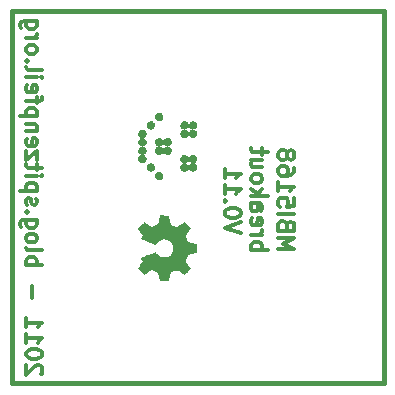
<source format=gbo>
G04 (created by PCBNEW (2013-01-23 BZR 3920)-testing) date Thu 24 Jan 2013 02:36:52 AM CET*
%MOIN*%
G04 Gerber Fmt 3.4, Leading zero omitted, Abs format*
%FSLAX34Y34*%
G01*
G70*
G90*
G04 APERTURE LIST*
%ADD10C,2.3622e-06*%
%ADD11C,0.012*%
%ADD12C,0.015*%
%ADD13C,0.0001*%
%ADD14C,0.06*%
%ADD15R,0.06X0.06*%
G04 APERTURE END LIST*
G54D10*
G54D11*
X50577Y-25336D02*
X51127Y-25336D01*
X50734Y-25153D01*
X51127Y-24970D01*
X50577Y-24970D01*
X50865Y-24524D02*
X50839Y-24446D01*
X50813Y-24420D01*
X50760Y-24394D01*
X50682Y-24394D01*
X50629Y-24420D01*
X50603Y-24446D01*
X50577Y-24498D01*
X50577Y-24708D01*
X51127Y-24708D01*
X51127Y-24524D01*
X51101Y-24472D01*
X51075Y-24446D01*
X51022Y-24420D01*
X50970Y-24420D01*
X50917Y-24446D01*
X50891Y-24472D01*
X50865Y-24524D01*
X50865Y-24708D01*
X50577Y-24158D02*
X51127Y-24158D01*
X51127Y-23634D02*
X51127Y-23896D01*
X50865Y-23922D01*
X50891Y-23896D01*
X50917Y-23844D01*
X50917Y-23713D01*
X50891Y-23660D01*
X50865Y-23634D01*
X50813Y-23608D01*
X50682Y-23608D01*
X50629Y-23634D01*
X50603Y-23660D01*
X50577Y-23713D01*
X50577Y-23844D01*
X50603Y-23896D01*
X50629Y-23922D01*
X50577Y-23084D02*
X50577Y-23398D01*
X50577Y-23241D02*
X51127Y-23241D01*
X51048Y-23294D01*
X50996Y-23346D01*
X50970Y-23398D01*
X51127Y-22613D02*
X51127Y-22717D01*
X51101Y-22770D01*
X51075Y-22796D01*
X50996Y-22848D01*
X50891Y-22875D01*
X50682Y-22875D01*
X50629Y-22848D01*
X50603Y-22822D01*
X50577Y-22770D01*
X50577Y-22665D01*
X50603Y-22613D01*
X50629Y-22586D01*
X50682Y-22560D01*
X50813Y-22560D01*
X50865Y-22586D01*
X50891Y-22613D01*
X50917Y-22665D01*
X50917Y-22770D01*
X50891Y-22822D01*
X50865Y-22848D01*
X50813Y-22875D01*
X50891Y-22246D02*
X50917Y-22298D01*
X50944Y-22325D01*
X50996Y-22351D01*
X51022Y-22351D01*
X51075Y-22325D01*
X51101Y-22298D01*
X51127Y-22246D01*
X51127Y-22141D01*
X51101Y-22089D01*
X51075Y-22063D01*
X51022Y-22036D01*
X50996Y-22036D01*
X50944Y-22063D01*
X50917Y-22089D01*
X50891Y-22141D01*
X50891Y-22246D01*
X50865Y-22298D01*
X50839Y-22325D01*
X50786Y-22351D01*
X50682Y-22351D01*
X50629Y-22325D01*
X50603Y-22298D01*
X50577Y-22246D01*
X50577Y-22141D01*
X50603Y-22089D01*
X50629Y-22063D01*
X50682Y-22036D01*
X50786Y-22036D01*
X50839Y-22063D01*
X50865Y-22089D01*
X50891Y-22141D01*
X49687Y-25350D02*
X50237Y-25350D01*
X50027Y-25350D02*
X50054Y-25297D01*
X50054Y-25192D01*
X50027Y-25140D01*
X50001Y-25114D01*
X49949Y-25088D01*
X49792Y-25088D01*
X49739Y-25114D01*
X49713Y-25140D01*
X49687Y-25192D01*
X49687Y-25297D01*
X49713Y-25350D01*
X49687Y-24852D02*
X50054Y-24852D01*
X49949Y-24852D02*
X50001Y-24826D01*
X50027Y-24800D01*
X50054Y-24747D01*
X50054Y-24695D01*
X49713Y-24302D02*
X49687Y-24354D01*
X49687Y-24459D01*
X49713Y-24511D01*
X49765Y-24538D01*
X49975Y-24538D01*
X50027Y-24511D01*
X50054Y-24459D01*
X50054Y-24354D01*
X50027Y-24302D01*
X49975Y-24276D01*
X49923Y-24276D01*
X49870Y-24538D01*
X49687Y-23804D02*
X49975Y-23804D01*
X50027Y-23830D01*
X50054Y-23883D01*
X50054Y-23988D01*
X50027Y-24040D01*
X49713Y-23804D02*
X49687Y-23857D01*
X49687Y-23988D01*
X49713Y-24040D01*
X49765Y-24066D01*
X49818Y-24066D01*
X49870Y-24040D01*
X49896Y-23988D01*
X49896Y-23857D01*
X49923Y-23804D01*
X49687Y-23542D02*
X50237Y-23542D01*
X49896Y-23490D02*
X49687Y-23333D01*
X50054Y-23333D02*
X49844Y-23542D01*
X49687Y-23019D02*
X49713Y-23071D01*
X49739Y-23097D01*
X49792Y-23123D01*
X49949Y-23123D01*
X50001Y-23097D01*
X50027Y-23071D01*
X50054Y-23019D01*
X50054Y-22940D01*
X50027Y-22888D01*
X50001Y-22861D01*
X49949Y-22835D01*
X49792Y-22835D01*
X49739Y-22861D01*
X49713Y-22888D01*
X49687Y-22940D01*
X49687Y-23019D01*
X50054Y-22364D02*
X49687Y-22364D01*
X50054Y-22600D02*
X49765Y-22600D01*
X49713Y-22573D01*
X49687Y-22521D01*
X49687Y-22442D01*
X49713Y-22390D01*
X49739Y-22364D01*
X50054Y-22180D02*
X50054Y-21971D01*
X50237Y-22102D02*
X49765Y-22102D01*
X49713Y-22076D01*
X49687Y-22023D01*
X49687Y-21971D01*
X49347Y-24799D02*
X48797Y-24616D01*
X49347Y-24433D01*
X49347Y-24145D02*
X49347Y-24092D01*
X49321Y-24040D01*
X49295Y-24014D01*
X49242Y-23988D01*
X49137Y-23961D01*
X49006Y-23961D01*
X48902Y-23988D01*
X48849Y-24014D01*
X48823Y-24040D01*
X48797Y-24092D01*
X48797Y-24145D01*
X48823Y-24197D01*
X48849Y-24223D01*
X48902Y-24249D01*
X49006Y-24276D01*
X49137Y-24276D01*
X49242Y-24249D01*
X49295Y-24223D01*
X49321Y-24197D01*
X49347Y-24145D01*
X48849Y-23726D02*
X48823Y-23699D01*
X48797Y-23726D01*
X48823Y-23752D01*
X48849Y-23726D01*
X48797Y-23726D01*
X48797Y-23176D02*
X48797Y-23490D01*
X48797Y-23333D02*
X49347Y-23333D01*
X49268Y-23385D01*
X49216Y-23438D01*
X49190Y-23490D01*
X48797Y-22652D02*
X48797Y-22966D01*
X48797Y-22809D02*
X49347Y-22809D01*
X49268Y-22861D01*
X49216Y-22914D01*
X49190Y-22966D01*
X42675Y-29505D02*
X42701Y-29479D01*
X42727Y-29427D01*
X42727Y-29296D01*
X42701Y-29244D01*
X42675Y-29217D01*
X42622Y-29191D01*
X42570Y-29191D01*
X42491Y-29217D01*
X42177Y-29532D01*
X42177Y-29191D01*
X42727Y-28851D02*
X42727Y-28798D01*
X42701Y-28746D01*
X42675Y-28720D01*
X42622Y-28694D01*
X42517Y-28667D01*
X42386Y-28667D01*
X42282Y-28694D01*
X42229Y-28720D01*
X42203Y-28746D01*
X42177Y-28798D01*
X42177Y-28851D01*
X42203Y-28903D01*
X42229Y-28929D01*
X42282Y-28955D01*
X42386Y-28982D01*
X42517Y-28982D01*
X42622Y-28955D01*
X42675Y-28929D01*
X42701Y-28903D01*
X42727Y-28851D01*
X42177Y-28144D02*
X42177Y-28458D01*
X42177Y-28301D02*
X42727Y-28301D01*
X42648Y-28353D01*
X42596Y-28405D01*
X42570Y-28458D01*
X42177Y-27620D02*
X42177Y-27934D01*
X42177Y-27777D02*
X42727Y-27777D01*
X42648Y-27829D01*
X42596Y-27882D01*
X42570Y-27934D01*
X42386Y-26965D02*
X42386Y-26546D01*
X42177Y-25865D02*
X42727Y-25865D01*
X42517Y-25865D02*
X42544Y-25813D01*
X42544Y-25708D01*
X42517Y-25655D01*
X42491Y-25629D01*
X42439Y-25603D01*
X42282Y-25603D01*
X42229Y-25629D01*
X42203Y-25655D01*
X42177Y-25708D01*
X42177Y-25813D01*
X42203Y-25865D01*
X42177Y-25289D02*
X42203Y-25341D01*
X42255Y-25367D01*
X42727Y-25367D01*
X42177Y-25001D02*
X42203Y-25053D01*
X42229Y-25079D01*
X42282Y-25105D01*
X42439Y-25105D01*
X42491Y-25079D01*
X42517Y-25053D01*
X42544Y-25001D01*
X42544Y-24922D01*
X42517Y-24870D01*
X42491Y-24844D01*
X42439Y-24817D01*
X42282Y-24817D01*
X42229Y-24844D01*
X42203Y-24870D01*
X42177Y-24922D01*
X42177Y-25001D01*
X42544Y-24346D02*
X42098Y-24346D01*
X42046Y-24372D01*
X42020Y-24398D01*
X41994Y-24451D01*
X41994Y-24529D01*
X42020Y-24582D01*
X42203Y-24346D02*
X42177Y-24398D01*
X42177Y-24503D01*
X42203Y-24555D01*
X42229Y-24582D01*
X42282Y-24608D01*
X42439Y-24608D01*
X42491Y-24582D01*
X42517Y-24555D01*
X42544Y-24503D01*
X42544Y-24398D01*
X42517Y-24346D01*
X42229Y-24084D02*
X42203Y-24058D01*
X42177Y-24084D01*
X42203Y-24110D01*
X42229Y-24084D01*
X42177Y-24084D01*
X42203Y-23848D02*
X42177Y-23796D01*
X42177Y-23691D01*
X42203Y-23639D01*
X42255Y-23613D01*
X42282Y-23613D01*
X42334Y-23639D01*
X42360Y-23691D01*
X42360Y-23770D01*
X42386Y-23822D01*
X42439Y-23848D01*
X42465Y-23848D01*
X42517Y-23822D01*
X42544Y-23770D01*
X42544Y-23691D01*
X42517Y-23639D01*
X42544Y-23377D02*
X41994Y-23377D01*
X42517Y-23377D02*
X42544Y-23325D01*
X42544Y-23220D01*
X42517Y-23167D01*
X42491Y-23141D01*
X42439Y-23115D01*
X42282Y-23115D01*
X42229Y-23141D01*
X42203Y-23167D01*
X42177Y-23220D01*
X42177Y-23325D01*
X42203Y-23377D01*
X42177Y-22879D02*
X42544Y-22879D01*
X42727Y-22879D02*
X42701Y-22905D01*
X42675Y-22879D01*
X42701Y-22853D01*
X42727Y-22879D01*
X42675Y-22879D01*
X42544Y-22696D02*
X42544Y-22486D01*
X42727Y-22617D02*
X42255Y-22617D01*
X42203Y-22591D01*
X42177Y-22539D01*
X42177Y-22486D01*
X42544Y-22355D02*
X42544Y-22067D01*
X42177Y-22355D01*
X42177Y-22067D01*
X42203Y-21648D02*
X42177Y-21701D01*
X42177Y-21805D01*
X42203Y-21858D01*
X42255Y-21884D01*
X42465Y-21884D01*
X42517Y-21858D01*
X42544Y-21805D01*
X42544Y-21701D01*
X42517Y-21648D01*
X42465Y-21622D01*
X42413Y-21622D01*
X42360Y-21884D01*
X42544Y-21386D02*
X42177Y-21386D01*
X42491Y-21386D02*
X42517Y-21360D01*
X42544Y-21308D01*
X42544Y-21229D01*
X42517Y-21177D01*
X42465Y-21151D01*
X42177Y-21151D01*
X42544Y-20889D02*
X41994Y-20889D01*
X42517Y-20889D02*
X42544Y-20836D01*
X42544Y-20732D01*
X42517Y-20679D01*
X42491Y-20653D01*
X42439Y-20627D01*
X42282Y-20627D01*
X42229Y-20653D01*
X42203Y-20679D01*
X42177Y-20732D01*
X42177Y-20836D01*
X42203Y-20889D01*
X42544Y-20470D02*
X42544Y-20260D01*
X42177Y-20391D02*
X42648Y-20391D01*
X42701Y-20365D01*
X42727Y-20313D01*
X42727Y-20260D01*
X42203Y-19867D02*
X42177Y-19920D01*
X42177Y-20025D01*
X42203Y-20077D01*
X42255Y-20103D01*
X42465Y-20103D01*
X42517Y-20077D01*
X42544Y-20025D01*
X42544Y-19920D01*
X42517Y-19867D01*
X42465Y-19841D01*
X42413Y-19841D01*
X42360Y-20103D01*
X42177Y-19605D02*
X42544Y-19605D01*
X42727Y-19605D02*
X42701Y-19632D01*
X42675Y-19605D01*
X42701Y-19579D01*
X42727Y-19605D01*
X42675Y-19605D01*
X42177Y-19265D02*
X42203Y-19317D01*
X42255Y-19344D01*
X42727Y-19344D01*
X42229Y-19055D02*
X42203Y-19029D01*
X42177Y-19055D01*
X42203Y-19082D01*
X42229Y-19055D01*
X42177Y-19055D01*
X42177Y-18715D02*
X42203Y-18767D01*
X42229Y-18794D01*
X42282Y-18820D01*
X42439Y-18820D01*
X42491Y-18794D01*
X42517Y-18767D01*
X42544Y-18715D01*
X42544Y-18636D01*
X42517Y-18584D01*
X42491Y-18558D01*
X42439Y-18532D01*
X42282Y-18532D01*
X42229Y-18558D01*
X42203Y-18584D01*
X42177Y-18636D01*
X42177Y-18715D01*
X42177Y-18296D02*
X42544Y-18296D01*
X42439Y-18296D02*
X42491Y-18270D01*
X42517Y-18244D01*
X42544Y-18191D01*
X42544Y-18139D01*
X42544Y-17720D02*
X42098Y-17720D01*
X42046Y-17746D01*
X42020Y-17772D01*
X41994Y-17825D01*
X41994Y-17903D01*
X42020Y-17955D01*
X42203Y-17720D02*
X42177Y-17772D01*
X42177Y-17877D01*
X42203Y-17929D01*
X42229Y-17955D01*
X42282Y-17982D01*
X42439Y-17982D01*
X42491Y-17955D01*
X42517Y-17929D01*
X42544Y-17877D01*
X42544Y-17772D01*
X42517Y-17720D01*
G54D12*
X54100Y-17400D02*
X41700Y-17400D01*
X54100Y-29800D02*
X54100Y-17400D01*
X41700Y-29800D02*
X54100Y-29800D01*
X41700Y-17400D02*
X41700Y-29800D01*
G54D13*
G36*
X45916Y-24636D02*
X45922Y-24648D01*
X45938Y-24673D01*
X45962Y-24710D01*
X45991Y-24753D01*
X46021Y-24797D01*
X46045Y-24832D01*
X46061Y-24857D01*
X46066Y-24868D01*
X46064Y-24873D01*
X46054Y-24894D01*
X46039Y-24924D01*
X46030Y-24941D01*
X46018Y-24969D01*
X46016Y-24982D01*
X46019Y-24985D01*
X46040Y-24995D01*
X46076Y-25010D01*
X46124Y-25031D01*
X46179Y-25055D01*
X46239Y-25080D01*
X46300Y-25106D01*
X46359Y-25130D01*
X46411Y-25151D01*
X46454Y-25168D01*
X46483Y-25180D01*
X46496Y-25184D01*
X46499Y-25183D01*
X46512Y-25169D01*
X46530Y-25145D01*
X46572Y-25093D01*
X46636Y-25042D01*
X46709Y-25011D01*
X46789Y-25000D01*
X46864Y-25009D01*
X46936Y-25039D01*
X47000Y-25089D01*
X47048Y-25149D01*
X47079Y-25220D01*
X47088Y-25300D01*
X47080Y-25376D01*
X47051Y-25449D01*
X47002Y-25514D01*
X46970Y-25541D01*
X46905Y-25579D01*
X46835Y-25600D01*
X46817Y-25603D01*
X46740Y-25599D01*
X46667Y-25577D01*
X46601Y-25536D01*
X46547Y-25480D01*
X46541Y-25473D01*
X46522Y-25446D01*
X46508Y-25429D01*
X46497Y-25415D01*
X46261Y-25513D01*
X46224Y-25529D01*
X46159Y-25556D01*
X46104Y-25579D01*
X46060Y-25598D01*
X46030Y-25611D01*
X46018Y-25617D01*
X46018Y-25618D01*
X46016Y-25626D01*
X46023Y-25644D01*
X46039Y-25677D01*
X46050Y-25699D01*
X46062Y-25724D01*
X46066Y-25735D01*
X46061Y-25745D01*
X46046Y-25769D01*
X46022Y-25804D01*
X45993Y-25846D01*
X45966Y-25886D01*
X45942Y-25923D01*
X45925Y-25950D01*
X45918Y-25963D01*
X45918Y-25965D01*
X45924Y-25977D01*
X45942Y-25998D01*
X45972Y-26030D01*
X46017Y-26076D01*
X46024Y-26083D01*
X46062Y-26120D01*
X46094Y-26150D01*
X46116Y-26171D01*
X46127Y-26178D01*
X46127Y-26178D01*
X46140Y-26171D01*
X46166Y-26154D01*
X46204Y-26130D01*
X46248Y-26100D01*
X46361Y-26022D01*
X46468Y-26065D01*
X46501Y-26078D01*
X46541Y-26095D01*
X46569Y-26107D01*
X46582Y-26113D01*
X46586Y-26125D01*
X46593Y-26154D01*
X46602Y-26197D01*
X46611Y-26248D01*
X46620Y-26296D01*
X46628Y-26339D01*
X46634Y-26371D01*
X46637Y-26385D01*
X46639Y-26389D01*
X46646Y-26391D01*
X46661Y-26393D01*
X46687Y-26394D01*
X46729Y-26395D01*
X46789Y-26395D01*
X46796Y-26395D01*
X46854Y-26394D01*
X46899Y-26393D01*
X46929Y-26392D01*
X46941Y-26390D01*
X46941Y-26390D01*
X46944Y-26376D01*
X46951Y-26345D01*
X46959Y-26302D01*
X46969Y-26250D01*
X46970Y-26246D01*
X46980Y-26195D01*
X46989Y-26151D01*
X46996Y-26121D01*
X47000Y-26108D01*
X47004Y-26105D01*
X47024Y-26095D01*
X47056Y-26080D01*
X47095Y-26063D01*
X47136Y-26046D01*
X47172Y-26031D01*
X47200Y-26021D01*
X47212Y-26018D01*
X47212Y-26019D01*
X47225Y-26026D01*
X47252Y-26044D01*
X47289Y-26069D01*
X47333Y-26100D01*
X47336Y-26102D01*
X47380Y-26132D01*
X47417Y-26156D01*
X47444Y-26172D01*
X47456Y-26178D01*
X47456Y-26178D01*
X47469Y-26168D01*
X47494Y-26146D01*
X47528Y-26114D01*
X47566Y-26075D01*
X47578Y-26063D01*
X47620Y-26021D01*
X47647Y-25991D01*
X47662Y-25973D01*
X47665Y-25964D01*
X47665Y-25963D01*
X47657Y-25950D01*
X47639Y-25923D01*
X47613Y-25885D01*
X47583Y-25841D01*
X47581Y-25838D01*
X47551Y-25794D01*
X47526Y-25757D01*
X47509Y-25731D01*
X47502Y-25720D01*
X47502Y-25718D01*
X47508Y-25700D01*
X47519Y-25669D01*
X47533Y-25631D01*
X47550Y-25590D01*
X47565Y-25554D01*
X47578Y-25526D01*
X47585Y-25513D01*
X47586Y-25513D01*
X47601Y-25508D01*
X47634Y-25500D01*
X47679Y-25491D01*
X47733Y-25481D01*
X47742Y-25479D01*
X47794Y-25469D01*
X47837Y-25461D01*
X47867Y-25455D01*
X47879Y-25452D01*
X47881Y-25444D01*
X47883Y-25419D01*
X47884Y-25380D01*
X47884Y-25333D01*
X47884Y-25284D01*
X47883Y-25235D01*
X47881Y-25194D01*
X47879Y-25164D01*
X47877Y-25152D01*
X47876Y-25152D01*
X47860Y-25147D01*
X47827Y-25140D01*
X47782Y-25131D01*
X47728Y-25120D01*
X47718Y-25118D01*
X47666Y-25109D01*
X47624Y-25100D01*
X47594Y-25094D01*
X47583Y-25090D01*
X47580Y-25086D01*
X47571Y-25064D01*
X47556Y-25029D01*
X47539Y-24986D01*
X47498Y-24886D01*
X47583Y-24763D01*
X47590Y-24751D01*
X47620Y-24707D01*
X47645Y-24671D01*
X47661Y-24646D01*
X47667Y-24635D01*
X47666Y-24634D01*
X47656Y-24622D01*
X47633Y-24598D01*
X47600Y-24564D01*
X47562Y-24526D01*
X47533Y-24497D01*
X47499Y-24463D01*
X47476Y-24442D01*
X47461Y-24430D01*
X47452Y-24426D01*
X47446Y-24427D01*
X47433Y-24435D01*
X47406Y-24453D01*
X47369Y-24478D01*
X47325Y-24508D01*
X47289Y-24533D01*
X47248Y-24559D01*
X47218Y-24577D01*
X47204Y-24583D01*
X47198Y-24581D01*
X47174Y-24573D01*
X47137Y-24558D01*
X47094Y-24540D01*
X46997Y-24497D01*
X46984Y-24433D01*
X46977Y-24394D01*
X46967Y-24340D01*
X46957Y-24289D01*
X46941Y-24208D01*
X46645Y-24205D01*
X46639Y-24217D01*
X46636Y-24229D01*
X46629Y-24259D01*
X46621Y-24302D01*
X46611Y-24352D01*
X46603Y-24395D01*
X46595Y-24439D01*
X46589Y-24470D01*
X46586Y-24484D01*
X46582Y-24487D01*
X46561Y-24498D01*
X46527Y-24513D01*
X46487Y-24530D01*
X46446Y-24548D01*
X46407Y-24563D01*
X46378Y-24574D01*
X46363Y-24578D01*
X46352Y-24572D01*
X46326Y-24555D01*
X46290Y-24531D01*
X46247Y-24502D01*
X46204Y-24473D01*
X46167Y-24448D01*
X46141Y-24431D01*
X46129Y-24423D01*
X46120Y-24427D01*
X46100Y-24444D01*
X46066Y-24477D01*
X46018Y-24525D01*
X46011Y-24533D01*
X45974Y-24571D01*
X45944Y-24604D01*
X45924Y-24626D01*
X45916Y-24636D01*
X45916Y-24636D01*
G37*
G36*
X45917Y-22324D02*
X45921Y-22352D01*
X45930Y-22379D01*
X45936Y-22390D01*
X45952Y-22414D01*
X45973Y-22433D01*
X45997Y-22447D01*
X46022Y-22457D01*
X46050Y-22461D01*
X46077Y-22460D01*
X46105Y-22453D01*
X46131Y-22441D01*
X46143Y-22433D01*
X46156Y-22421D01*
X46168Y-22408D01*
X46177Y-22396D01*
X46179Y-22392D01*
X46190Y-22368D01*
X46196Y-22343D01*
X46197Y-22315D01*
X46197Y-22306D01*
X46195Y-22290D01*
X46191Y-22276D01*
X46185Y-22262D01*
X46176Y-22246D01*
X46158Y-22223D01*
X46136Y-22204D01*
X46110Y-22190D01*
X46098Y-22186D01*
X46084Y-22183D01*
X46073Y-22181D01*
X46072Y-22181D01*
X46071Y-22180D01*
X46077Y-22179D01*
X46078Y-22179D01*
X46096Y-22175D01*
X46115Y-22168D01*
X46131Y-22160D01*
X46152Y-22144D01*
X46171Y-22123D01*
X46186Y-22098D01*
X46195Y-22070D01*
X46198Y-22041D01*
X46198Y-22033D01*
X46195Y-22011D01*
X46189Y-21990D01*
X46187Y-21985D01*
X46174Y-21962D01*
X46157Y-21941D01*
X46136Y-21923D01*
X46112Y-21910D01*
X46087Y-21903D01*
X46086Y-21902D01*
X46079Y-21901D01*
X46076Y-21900D01*
X46076Y-21900D01*
X46080Y-21899D01*
X46087Y-21897D01*
X46090Y-21897D01*
X46114Y-21889D01*
X46138Y-21875D01*
X46159Y-21857D01*
X46173Y-21840D01*
X46187Y-21816D01*
X46195Y-21789D01*
X46198Y-21759D01*
X46196Y-21738D01*
X46189Y-21710D01*
X46177Y-21685D01*
X46159Y-21662D01*
X46136Y-21644D01*
X46133Y-21642D01*
X46123Y-21635D01*
X46114Y-21631D01*
X46107Y-21629D01*
X46095Y-21625D01*
X46083Y-21622D01*
X46073Y-21620D01*
X46072Y-21620D01*
X46072Y-21620D01*
X46078Y-21619D01*
X46093Y-21615D01*
X46112Y-21608D01*
X46129Y-21600D01*
X46152Y-21583D01*
X46171Y-21562D01*
X46186Y-21537D01*
X46195Y-21509D01*
X46198Y-21480D01*
X46196Y-21454D01*
X46188Y-21426D01*
X46175Y-21401D01*
X46155Y-21379D01*
X46143Y-21368D01*
X46127Y-21357D01*
X46110Y-21349D01*
X46095Y-21344D01*
X46067Y-21339D01*
X46039Y-21340D01*
X46013Y-21346D01*
X45989Y-21357D01*
X45967Y-21372D01*
X45948Y-21391D01*
X45933Y-21414D01*
X45923Y-21440D01*
X45918Y-21468D01*
X45918Y-21471D01*
X45919Y-21500D01*
X45925Y-21526D01*
X45938Y-21552D01*
X45944Y-21561D01*
X45960Y-21580D01*
X45980Y-21596D01*
X46001Y-21608D01*
X46009Y-21611D01*
X46021Y-21615D01*
X46033Y-21618D01*
X46043Y-21619D01*
X46048Y-21619D01*
X46043Y-21620D01*
X46039Y-21621D01*
X46026Y-21623D01*
X46012Y-21627D01*
X46000Y-21632D01*
X45987Y-21638D01*
X45964Y-21656D01*
X45945Y-21677D01*
X45930Y-21702D01*
X45920Y-21730D01*
X45919Y-21735D01*
X45918Y-21754D01*
X45918Y-21774D01*
X45921Y-21793D01*
X45927Y-21811D01*
X45941Y-21838D01*
X45960Y-21861D01*
X45961Y-21862D01*
X45982Y-21878D01*
X46005Y-21890D01*
X46029Y-21898D01*
X46030Y-21898D01*
X46037Y-21899D01*
X46039Y-21900D01*
X46037Y-21901D01*
X46031Y-21902D01*
X46029Y-21902D01*
X46015Y-21906D01*
X45999Y-21912D01*
X45984Y-21920D01*
X45967Y-21933D01*
X45947Y-21954D01*
X45931Y-21979D01*
X45921Y-22007D01*
X45920Y-22012D01*
X45918Y-22031D01*
X45918Y-22051D01*
X45920Y-22069D01*
X45925Y-22085D01*
X45937Y-22111D01*
X45954Y-22134D01*
X45975Y-22154D01*
X46000Y-22168D01*
X46008Y-22171D01*
X46021Y-22175D01*
X46033Y-22178D01*
X46043Y-22180D01*
X46044Y-22180D01*
X46044Y-22180D01*
X46039Y-22181D01*
X46038Y-22181D01*
X46020Y-22186D01*
X46001Y-22193D01*
X45985Y-22201D01*
X45979Y-22205D01*
X45958Y-22223D01*
X45940Y-22245D01*
X45927Y-22269D01*
X45920Y-22296D01*
X45917Y-22324D01*
X45917Y-22324D01*
G37*
G36*
X46198Y-21189D02*
X46199Y-21206D01*
X46200Y-21223D01*
X46205Y-21241D01*
X46217Y-21268D01*
X46233Y-21291D01*
X46254Y-21311D01*
X46279Y-21325D01*
X46305Y-21335D01*
X46334Y-21339D01*
X46362Y-21337D01*
X46389Y-21329D01*
X46414Y-21317D01*
X46437Y-21299D01*
X46455Y-21276D01*
X46460Y-21269D01*
X46472Y-21242D01*
X46479Y-21214D01*
X46479Y-21185D01*
X46473Y-21156D01*
X46463Y-21133D01*
X46447Y-21109D01*
X46426Y-21088D01*
X46401Y-21072D01*
X46373Y-21062D01*
X46359Y-21059D01*
X46341Y-21058D01*
X46323Y-21059D01*
X46308Y-21061D01*
X46302Y-21062D01*
X46274Y-21073D01*
X46249Y-21090D01*
X46229Y-21111D01*
X46212Y-21137D01*
X46207Y-21149D01*
X46202Y-21165D01*
X46199Y-21180D01*
X46198Y-21189D01*
X46198Y-21189D01*
G37*
G36*
X46198Y-22605D02*
X46202Y-22634D01*
X46212Y-22662D01*
X46228Y-22688D01*
X46232Y-22693D01*
X46252Y-22713D01*
X46277Y-22728D01*
X46304Y-22738D01*
X46319Y-22741D01*
X46337Y-22742D01*
X46355Y-22741D01*
X46370Y-22739D01*
X46376Y-22737D01*
X46404Y-22726D01*
X46428Y-22710D01*
X46448Y-22690D01*
X46464Y-22666D01*
X46474Y-22639D01*
X46479Y-22609D01*
X46479Y-22599D01*
X46476Y-22570D01*
X46467Y-22544D01*
X46453Y-22520D01*
X46435Y-22500D01*
X46413Y-22483D01*
X46389Y-22471D01*
X46362Y-22463D01*
X46332Y-22462D01*
X46315Y-22463D01*
X46300Y-22467D01*
X46283Y-22473D01*
X46262Y-22484D01*
X46240Y-22502D01*
X46222Y-22524D01*
X46208Y-22549D01*
X46200Y-22576D01*
X46198Y-22605D01*
X46198Y-22605D01*
G37*
G36*
X46480Y-20910D02*
X46480Y-20929D01*
X46482Y-20947D01*
X46488Y-20967D01*
X46501Y-20993D01*
X46520Y-21016D01*
X46538Y-21031D01*
X46562Y-21046D01*
X46589Y-21055D01*
X46601Y-21057D01*
X46617Y-21058D01*
X46634Y-21057D01*
X46649Y-21055D01*
X46657Y-21053D01*
X46685Y-21042D01*
X46709Y-21026D01*
X46730Y-21005D01*
X46745Y-20979D01*
X46750Y-20970D01*
X46756Y-20952D01*
X46759Y-20934D01*
X46759Y-20912D01*
X46758Y-20899D01*
X46756Y-20884D01*
X46752Y-20870D01*
X46745Y-20855D01*
X46741Y-20846D01*
X46723Y-20822D01*
X46701Y-20803D01*
X46676Y-20788D01*
X46647Y-20779D01*
X46641Y-20778D01*
X46624Y-20777D01*
X46607Y-20778D01*
X46592Y-20779D01*
X46582Y-20782D01*
X46554Y-20793D01*
X46530Y-20809D01*
X46510Y-20829D01*
X46494Y-20854D01*
X46483Y-20883D01*
X46482Y-20891D01*
X46480Y-20910D01*
X46480Y-20910D01*
G37*
G36*
X46479Y-22036D02*
X46481Y-22065D01*
X46489Y-22091D01*
X46496Y-22107D01*
X46513Y-22131D01*
X46534Y-22151D01*
X46558Y-22166D01*
X46586Y-22176D01*
X46591Y-22177D01*
X46614Y-22181D01*
X46636Y-22180D01*
X46660Y-22174D01*
X46688Y-22163D01*
X46711Y-22146D01*
X46731Y-22125D01*
X46746Y-22100D01*
X46756Y-22072D01*
X46761Y-22054D01*
X46762Y-22063D01*
X46762Y-22066D01*
X46768Y-22086D01*
X46777Y-22107D01*
X46790Y-22126D01*
X46792Y-22129D01*
X46813Y-22150D01*
X46836Y-22165D01*
X46862Y-22175D01*
X46890Y-22180D01*
X46917Y-22179D01*
X46945Y-22173D01*
X46971Y-22161D01*
X46972Y-22160D01*
X46995Y-22143D01*
X47014Y-22122D01*
X47027Y-22098D01*
X47036Y-22072D01*
X47040Y-22045D01*
X47038Y-22018D01*
X47031Y-21992D01*
X47019Y-21966D01*
X47002Y-21943D01*
X46988Y-21931D01*
X46968Y-21917D01*
X46946Y-21907D01*
X46925Y-21902D01*
X46920Y-21901D01*
X46917Y-21900D01*
X46919Y-21899D01*
X46925Y-21898D01*
X46944Y-21894D01*
X46964Y-21885D01*
X46983Y-21873D01*
X46992Y-21866D01*
X47011Y-21845D01*
X47026Y-21821D01*
X47036Y-21794D01*
X47040Y-21765D01*
X47038Y-21736D01*
X47034Y-21719D01*
X47022Y-21692D01*
X47006Y-21669D01*
X46985Y-21649D01*
X46961Y-21634D01*
X46933Y-21624D01*
X46919Y-21621D01*
X46891Y-21620D01*
X46863Y-21625D01*
X46836Y-21635D01*
X46813Y-21651D01*
X46792Y-21671D01*
X46776Y-21696D01*
X46771Y-21707D01*
X46766Y-21720D01*
X46763Y-21732D01*
X46761Y-21741D01*
X46761Y-21742D01*
X46760Y-21742D01*
X46759Y-21736D01*
X46755Y-21722D01*
X46748Y-21703D01*
X46740Y-21687D01*
X46734Y-21678D01*
X46717Y-21660D01*
X46697Y-21643D01*
X46676Y-21631D01*
X46653Y-21624D01*
X46628Y-21620D01*
X46603Y-21620D01*
X46598Y-21621D01*
X46569Y-21629D01*
X46544Y-21642D01*
X46520Y-21661D01*
X46507Y-21677D01*
X46491Y-21702D01*
X46482Y-21730D01*
X46481Y-21741D01*
X46480Y-21756D01*
X46481Y-21772D01*
X46482Y-21787D01*
X46484Y-21798D01*
X46487Y-21807D01*
X46501Y-21835D01*
X46519Y-21858D01*
X46542Y-21877D01*
X46553Y-21884D01*
X46572Y-21892D01*
X46590Y-21898D01*
X46592Y-21898D01*
X46598Y-21899D01*
X46601Y-21900D01*
X46601Y-21900D01*
X46638Y-21900D01*
X46638Y-21900D01*
X46642Y-21899D01*
X46649Y-21898D01*
X46651Y-21897D01*
X46676Y-21889D01*
X46699Y-21875D01*
X46720Y-21857D01*
X46738Y-21836D01*
X46750Y-21812D01*
X46751Y-21811D01*
X46755Y-21798D01*
X46758Y-21787D01*
X46760Y-21774D01*
X46762Y-21786D01*
X46766Y-21803D01*
X46778Y-21828D01*
X46794Y-21851D01*
X46814Y-21870D01*
X46836Y-21885D01*
X46848Y-21891D01*
X46863Y-21896D01*
X46875Y-21898D01*
X46880Y-21899D01*
X46883Y-21900D01*
X46881Y-21901D01*
X46875Y-21902D01*
X46864Y-21904D01*
X46850Y-21909D01*
X46836Y-21915D01*
X46822Y-21923D01*
X46801Y-21941D01*
X46783Y-21963D01*
X46770Y-21988D01*
X46762Y-22014D01*
X46760Y-22027D01*
X46758Y-22014D01*
X46757Y-22012D01*
X46754Y-22000D01*
X46750Y-21988D01*
X46749Y-21985D01*
X46736Y-21962D01*
X46719Y-21941D01*
X46697Y-21923D01*
X46674Y-21910D01*
X46649Y-21903D01*
X46648Y-21902D01*
X46641Y-21901D01*
X46638Y-21900D01*
X46601Y-21900D01*
X46601Y-21900D01*
X46598Y-21901D01*
X46590Y-21902D01*
X46572Y-21907D01*
X46547Y-21919D01*
X46525Y-21936D01*
X46506Y-21957D01*
X46492Y-21982D01*
X46492Y-21982D01*
X46483Y-22008D01*
X46479Y-22036D01*
X46479Y-22036D01*
G37*
G36*
X46480Y-22872D02*
X46480Y-22895D01*
X46483Y-22916D01*
X46487Y-22929D01*
X46500Y-22956D01*
X46517Y-22979D01*
X46538Y-22997D01*
X46563Y-23011D01*
X46590Y-23020D01*
X46620Y-23023D01*
X46631Y-23023D01*
X46660Y-23017D01*
X46687Y-23006D01*
X46712Y-22989D01*
X46718Y-22984D01*
X46734Y-22964D01*
X46748Y-22940D01*
X46756Y-22915D01*
X46756Y-22915D01*
X46759Y-22894D01*
X46759Y-22871D01*
X46756Y-22850D01*
X46754Y-22842D01*
X46743Y-22816D01*
X46727Y-22792D01*
X46708Y-22773D01*
X46685Y-22758D01*
X46659Y-22748D01*
X46632Y-22743D01*
X46604Y-22743D01*
X46575Y-22749D01*
X46554Y-22759D01*
X46530Y-22775D01*
X46509Y-22796D01*
X46494Y-22820D01*
X46484Y-22847D01*
X46483Y-22851D01*
X46480Y-22872D01*
X46480Y-22872D01*
G37*
G36*
X47321Y-21484D02*
X47324Y-21511D01*
X47334Y-21538D01*
X47340Y-21551D01*
X47349Y-21564D01*
X47361Y-21577D01*
X47377Y-21591D01*
X47400Y-21606D01*
X47428Y-21616D01*
X47435Y-21617D01*
X47454Y-21619D01*
X47474Y-21619D01*
X47491Y-21617D01*
X47514Y-21609D01*
X47539Y-21596D01*
X47560Y-21579D01*
X47563Y-21576D01*
X47573Y-21563D01*
X47583Y-21548D01*
X47591Y-21534D01*
X47593Y-21529D01*
X47596Y-21518D01*
X47599Y-21506D01*
X47601Y-21498D01*
X47601Y-21493D01*
X47602Y-21498D01*
X47604Y-21505D01*
X47606Y-21514D01*
X47609Y-21524D01*
X47619Y-21545D01*
X47632Y-21566D01*
X47647Y-21583D01*
X47650Y-21585D01*
X47674Y-21602D01*
X47701Y-21614D01*
X47729Y-21619D01*
X47757Y-21619D01*
X47764Y-21618D01*
X47793Y-21610D01*
X47818Y-21597D01*
X47841Y-21578D01*
X47856Y-21561D01*
X47871Y-21537D01*
X47880Y-21509D01*
X47881Y-21504D01*
X47882Y-21485D01*
X47882Y-21465D01*
X47879Y-21447D01*
X47874Y-21431D01*
X47862Y-21405D01*
X47844Y-21383D01*
X47823Y-21364D01*
X47799Y-21350D01*
X47772Y-21342D01*
X47768Y-21341D01*
X47762Y-21339D01*
X47759Y-21338D01*
X47762Y-21337D01*
X47768Y-21337D01*
X47780Y-21334D01*
X47792Y-21329D01*
X47804Y-21324D01*
X47812Y-21320D01*
X47836Y-21303D01*
X47856Y-21281D01*
X47870Y-21257D01*
X47879Y-21229D01*
X47882Y-21199D01*
X47881Y-21176D01*
X47874Y-21149D01*
X47862Y-21124D01*
X47852Y-21110D01*
X47831Y-21090D01*
X47808Y-21074D01*
X47782Y-21063D01*
X47754Y-21058D01*
X47726Y-21059D01*
X47700Y-21065D01*
X47673Y-21076D01*
X47649Y-21093D01*
X47630Y-21114D01*
X47615Y-21140D01*
X47605Y-21169D01*
X47601Y-21184D01*
X47600Y-21175D01*
X47599Y-21169D01*
X47592Y-21147D01*
X47581Y-21125D01*
X47566Y-21104D01*
X47548Y-21088D01*
X47534Y-21078D01*
X47514Y-21068D01*
X47496Y-21062D01*
X47481Y-21059D01*
X47463Y-21058D01*
X47445Y-21059D01*
X47430Y-21061D01*
X47414Y-21066D01*
X47387Y-21079D01*
X47364Y-21097D01*
X47345Y-21119D01*
X47331Y-21145D01*
X47323Y-21175D01*
X47322Y-21182D01*
X47321Y-21199D01*
X47322Y-21217D01*
X47325Y-21233D01*
X47329Y-21245D01*
X47341Y-21271D01*
X47359Y-21294D01*
X47380Y-21313D01*
X47405Y-21327D01*
X47433Y-21336D01*
X47436Y-21337D01*
X47442Y-21338D01*
X47441Y-21339D01*
X47480Y-21339D01*
X47481Y-21338D01*
X47487Y-21336D01*
X47488Y-21336D01*
X47507Y-21331D01*
X47527Y-21322D01*
X47545Y-21311D01*
X47555Y-21302D01*
X47575Y-21281D01*
X47590Y-21255D01*
X47599Y-21227D01*
X47602Y-21213D01*
X47604Y-21223D01*
X47605Y-21231D01*
X47608Y-21240D01*
X47610Y-21246D01*
X47622Y-21271D01*
X47640Y-21294D01*
X47661Y-21313D01*
X47686Y-21327D01*
X47712Y-21336D01*
X47719Y-21337D01*
X47723Y-21339D01*
X47721Y-21340D01*
X47712Y-21342D01*
X47711Y-21342D01*
X47696Y-21346D01*
X47680Y-21353D01*
X47665Y-21362D01*
X47656Y-21369D01*
X47642Y-21382D01*
X47629Y-21396D01*
X47620Y-21409D01*
X47620Y-21410D01*
X47610Y-21432D01*
X47603Y-21455D01*
X47601Y-21464D01*
X47600Y-21453D01*
X47592Y-21428D01*
X47579Y-21403D01*
X47562Y-21381D01*
X47541Y-21363D01*
X47533Y-21358D01*
X47520Y-21352D01*
X47506Y-21346D01*
X47493Y-21342D01*
X47483Y-21340D01*
X47483Y-21340D01*
X47480Y-21339D01*
X47441Y-21339D01*
X47441Y-21340D01*
X47435Y-21341D01*
X47427Y-21343D01*
X47418Y-21345D01*
X47404Y-21351D01*
X47379Y-21365D01*
X47358Y-21383D01*
X47342Y-21405D01*
X47330Y-21430D01*
X47323Y-21456D01*
X47321Y-21484D01*
X47321Y-21484D01*
G37*
G36*
X47321Y-22328D02*
X47325Y-22356D01*
X47335Y-22382D01*
X47350Y-22406D01*
X47369Y-22426D01*
X47392Y-22443D01*
X47418Y-22455D01*
X47427Y-22457D01*
X47435Y-22459D01*
X47437Y-22459D01*
X47442Y-22461D01*
X47442Y-22461D01*
X47481Y-22461D01*
X47485Y-22460D01*
X47495Y-22457D01*
X47511Y-22452D01*
X47536Y-22440D01*
X47558Y-22423D01*
X47576Y-22401D01*
X47590Y-22376D01*
X47599Y-22349D01*
X47602Y-22336D01*
X47604Y-22345D01*
X47604Y-22346D01*
X47610Y-22369D01*
X47620Y-22391D01*
X47626Y-22400D01*
X47638Y-22414D01*
X47651Y-22427D01*
X47665Y-22438D01*
X47677Y-22445D01*
X47695Y-22453D01*
X47712Y-22458D01*
X47719Y-22460D01*
X47723Y-22461D01*
X47721Y-22462D01*
X47712Y-22464D01*
X47694Y-22470D01*
X47668Y-22482D01*
X47645Y-22501D01*
X47627Y-22522D01*
X47612Y-22548D01*
X47604Y-22577D01*
X47602Y-22587D01*
X47599Y-22573D01*
X47596Y-22560D01*
X47584Y-22533D01*
X47567Y-22509D01*
X47545Y-22489D01*
X47537Y-22483D01*
X47524Y-22476D01*
X47509Y-22470D01*
X47499Y-22466D01*
X47488Y-22464D01*
X47488Y-22464D01*
X47482Y-22462D01*
X47481Y-22461D01*
X47442Y-22461D01*
X47441Y-22462D01*
X47434Y-22464D01*
X47424Y-22466D01*
X47403Y-22474D01*
X47383Y-22485D01*
X47372Y-22493D01*
X47351Y-22514D01*
X47336Y-22539D01*
X47325Y-22567D01*
X47323Y-22580D01*
X47321Y-22599D01*
X47322Y-22619D01*
X47325Y-22636D01*
X47325Y-22638D01*
X47337Y-22666D01*
X47353Y-22691D01*
X47374Y-22712D01*
X47398Y-22727D01*
X47427Y-22738D01*
X47439Y-22741D01*
X47459Y-22742D01*
X47479Y-22741D01*
X47496Y-22738D01*
X47511Y-22733D01*
X47531Y-22723D01*
X47548Y-22712D01*
X47562Y-22699D01*
X47576Y-22682D01*
X47587Y-22664D01*
X47590Y-22657D01*
X47595Y-22644D01*
X47599Y-22631D01*
X47601Y-22621D01*
X47601Y-22620D01*
X47602Y-22623D01*
X47605Y-22631D01*
X47610Y-22648D01*
X47617Y-22666D01*
X47626Y-22681D01*
X47628Y-22684D01*
X47645Y-22703D01*
X47665Y-22719D01*
X47686Y-22731D01*
X47696Y-22735D01*
X47724Y-22741D01*
X47753Y-22742D01*
X47781Y-22737D01*
X47787Y-22735D01*
X47813Y-22723D01*
X47836Y-22706D01*
X47855Y-22684D01*
X47870Y-22659D01*
X47880Y-22632D01*
X47880Y-22628D01*
X47882Y-22608D01*
X47882Y-22588D01*
X47879Y-22569D01*
X47878Y-22565D01*
X47867Y-22537D01*
X47851Y-22512D01*
X47830Y-22492D01*
X47804Y-22476D01*
X47796Y-22472D01*
X47783Y-22467D01*
X47771Y-22464D01*
X47762Y-22463D01*
X47761Y-22463D01*
X47759Y-22462D01*
X47763Y-22460D01*
X47771Y-22458D01*
X47791Y-22453D01*
X47815Y-22441D01*
X47837Y-22424D01*
X47856Y-22403D01*
X47870Y-22379D01*
X47870Y-22378D01*
X47879Y-22352D01*
X47882Y-22324D01*
X47880Y-22296D01*
X47873Y-22269D01*
X47866Y-22254D01*
X47849Y-22230D01*
X47828Y-22210D01*
X47804Y-22194D01*
X47776Y-22185D01*
X47770Y-22183D01*
X47748Y-22180D01*
X47726Y-22181D01*
X47700Y-22187D01*
X47673Y-22199D01*
X47649Y-22215D01*
X47630Y-22237D01*
X47615Y-22262D01*
X47605Y-22291D01*
X47603Y-22297D01*
X47601Y-22302D01*
X47601Y-22302D01*
X47600Y-22293D01*
X47595Y-22277D01*
X47588Y-22260D01*
X47578Y-22244D01*
X47566Y-22228D01*
X47545Y-22208D01*
X47519Y-22193D01*
X47515Y-22191D01*
X47488Y-22183D01*
X47459Y-22180D01*
X47430Y-22184D01*
X47403Y-22193D01*
X47390Y-22199D01*
X47377Y-22208D01*
X47364Y-22220D01*
X47363Y-22221D01*
X47344Y-22244D01*
X47331Y-22269D01*
X47323Y-22297D01*
X47322Y-22300D01*
X47321Y-22328D01*
X47321Y-22328D01*
G37*
%LPC*%
G54D14*
X53100Y-24600D03*
X52100Y-23600D03*
X53100Y-22600D03*
G54D15*
X53300Y-20100D03*
G54D14*
X52300Y-20100D03*
X51300Y-20100D03*
X50300Y-20100D03*
X49300Y-20100D03*
X48300Y-20100D03*
X47300Y-20100D03*
X46300Y-20100D03*
G54D15*
X53300Y-27100D03*
G54D14*
X52300Y-27100D03*
X51300Y-27100D03*
X50300Y-27100D03*
X49300Y-27100D03*
X48300Y-27100D03*
X47300Y-27100D03*
X46300Y-27100D03*
G54D15*
X43300Y-20100D03*
G54D14*
X43300Y-21100D03*
X43300Y-22100D03*
X43300Y-23100D03*
X43300Y-24100D03*
X43300Y-25100D03*
X43300Y-26100D03*
X43300Y-27100D03*
G54D15*
X44300Y-20100D03*
G54D14*
X44300Y-21100D03*
X44300Y-22100D03*
X44300Y-23100D03*
X44300Y-24100D03*
X44300Y-25100D03*
X44300Y-26100D03*
X44300Y-27100D03*
M02*

</source>
